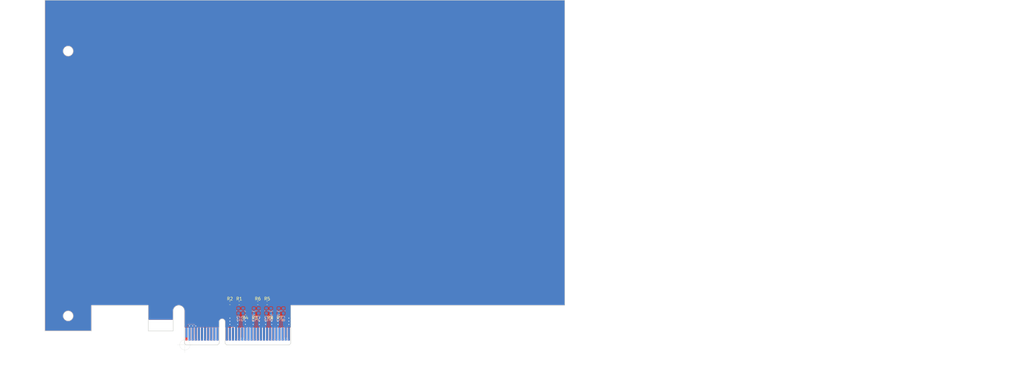
<source format=kicad_pcb>
(kicad_pcb (version 20241229) (generator "pcbnew") (generator_version "9.0")
  (title_block (title "PCIexpress_x16_full") (company "Author: Luca Anastasio"))
  (layers (0 "F.Cu" power) (4 "In1.Cu" power) (6 "In2.Cu" power) (2 "B.Cu" power) (13 "F.Paste" user) (15 "B.Paste" user) (5 "F.SilkS" user "F.Silkscreen") (7 "B.SilkS" user "B.Silkscreen") (1 "F.Mask" user) (3 "B.Mask" user) (25 "Edge.Cuts" user))
  (net 0 "")
  (net 1 "GND")
  (net 2 "Net-(J2-PadA32)")
  (net 3 "Net-(J2-PadA19)")
  (net 4 "+12V")
  (net 5 "+3V3")
  (net 6 "+3.3VA")
  (net 7 "Net-(J2-PadB12)")
  (net 8 "Net-(J2-PadB30)")
  (net 9 "/PER0_P")
  (net 10 "/PER0_N")
  (net 11 "/PER1_P")
  (net 12 "/PER1_N")
  (net 13 "/PER2_P")
  (net 14 "/PER2_N")
  (net 15 "/PER3_P")
  (net 16 "/PER3_N")
  (net 17 "/~{PRSNT2x4}")
  (net 18 "/PET3_N")
  (net 19 "/PET3_P")
  (net 20 "/PET2_N")
  (net 21 "/PET2_P")
  (net 22 "/PET1_N")
  (net 23 "/PET1_P")
  (net 24 "/SMCLK")
  (net 25 "/SMDAT")
  (net 26 "/~{TRST}")
  (net 27 "/~{WAKE}")
  (net 28 "/PET0_P")
  (net 29 "/PET0_N")
  (net 30 "/~{PRSNT2x1}")
  (net 31 "/~{PRSNT1}")
  (net 32 "/TCK")
  (net 33 "/TDI")
  (net 34 "/TDO")
  (net 35 "/TMS")
  (net 36 "/~{PERST}")
  (net 37 "/REFCLK-")
  (net 38 "/REFCLK+")
  (net 39 "/PCIexpress_connector/_PER0_P")
  (net 40 "/PCIexpress_connector/_PER0_N")
  (net 41 "/PCIexpress_connector/_PER1_P")
  (net 42 "/PCIexpress_connector/_PER1_N")
  (net 43 "/PCIexpress_connector/_PER2_P")
  (net 44 "/PCIexpress_connector/_PER2_N")
  (net 45 "/PCIexpress_connector/_PER3_P")
  (net 46 "/PCIexpress_connector/_PER3_N")
  (footprint "Resistor_SMD:R_0603_1608Metric" (layer "F.Cu") (at 127.125 180.625)
    (property "Reference" "R1" (at 0 -1.375 0) (layer "F.SilkS"))
    (property "Value" "49.9")
    (fp_line (start -0.162779 -0.51) (end 0.162779 -0.51) (stroke (width 0.12)) (layer "F.SilkS"))
    (fp_line (start -0.162779 0.51) (end 0.162779 0.51) (stroke (width 0.12)) (layer "F.SilkS"))
    (pad "1" smd roundrect (at -0.7875 0) (size 0.875 0.95) (layers "F.Cu" "F.Mask" "F.Paste") (net 29 "/PET0_N"))
    (pad "2" smd roundrect (at 0.7875 0) (size 0.875 0.95) (layers "F.Cu" "F.Mask" "F.Paste") (net 1 "GND"))
  )
  (footprint "Resistor_SMD:R_0603_1608Metric" (layer "F.Cu") (at 124.125 180.625 180)
    (property "Reference" "R2" (at 0 1.375 0) (layer "F.SilkS"))
    (property "Value" "49.9")
    (fp_line (start -0.162779 0.51) (end 0.162779 0.51) (stroke (width 0.12)) (layer "F.SilkS"))
    (fp_line (start -0.162779 -0.51) (end 0.162779 -0.51) (stroke (width 0.12)) (layer "F.SilkS"))
    (pad "1" smd roundrect (at -0.7875 0 180) (size 0.875 0.95) (layers "F.Cu" "F.Mask" "F.Paste") (net 28 "/PET0_P"))
    (pad "2" smd roundrect (at 0.7875 0 180) (size 0.875 0.95) (layers "F.Cu" "F.Mask" "F.Paste") (net 1 "GND"))
  )
  (footprint "Resistor_SMD:R_0603_1608Metric" (layer "F.Cu") (at 136.125 180.625)
    (property "Reference" "R5" (at 0 -1.375 0) (layer "F.SilkS"))
    (property "Value" "49.9")
    (fp_line (start -0.162779 -0.51) (end 0.162779 -0.51) (stroke (width 0.12)) (layer "F.SilkS"))
    (fp_line (start -0.162779 0.51) (end 0.162779 0.51) (stroke (width 0.12)) (layer "F.SilkS"))
    (pad "1" smd roundrect (at -0.7875 0) (size 0.875 0.95) (layers "F.Cu" "F.Mask" "F.Paste") (net 20 "/PET2_N"))
    (pad "2" smd roundrect (at 0.7875 0) (size 0.875 0.95) (layers "F.Cu" "F.Mask" "F.Paste") (net 1 "GND"))
  )
  (footprint "Resistor_SMD:R_0603_1608Metric" (layer "F.Cu") (at 133.125 180.625 180)
    (property "Reference" "R6" (at 0 1.375 0) (layer "F.SilkS"))
    (property "Value" "49.9")
    (fp_line (start -0.162779 0.51) (end 0.162779 0.51) (stroke (width 0.12)) (layer "F.SilkS"))
    (fp_line (start -0.162779 -0.51) (end 0.162779 -0.51) (stroke (width 0.12)) (layer "F.SilkS"))
    (pad "1" smd roundrect (at -0.7875 0 180) (size 0.875 0.95) (layers "F.Cu" "F.Mask" "F.Paste") (net 21 "/PET2_P"))
    (pad "2" smd roundrect (at 0.7875 0 180) (size 0.875 0.95) (layers "F.Cu" "F.Mask" "F.Paste") (net 1 "GND"))
  )
  (footprint "Resistor_SMD:R_0603_1608Metric" (layer "F.Cu") (at 140.125 183.875)
    (property "Reference" "R7" (at 0 1.5 0) (layer "F.SilkS"))
    (property "Value" "49.9")
    (fp_line (start -0.162779 -0.51) (end 0.162779 -0.51) (stroke (width 0.12)) (layer "F.SilkS"))
    (fp_line (start -0.162779 0.51) (end 0.162779 0.51) (stroke (width 0.12)) (layer "F.SilkS"))
    (pad "1" smd roundrect (at -0.7875 0) (size 0.875 0.95) (layers "F.Cu" "F.Mask" "F.Paste") (net 18 "/PET3_N"))
    (pad "2" smd roundrect (at 0.7875 0) (size 0.875 0.95) (layers "F.Cu" "F.Mask" "F.Paste") (net 1 "GND"))
  )
  (footprint "Resistor_SMD:R_0603_1608Metric" (layer "F.Cu") (at 137.125 183.875 180)
    (property "Reference" "R8" (at 0 -1.5 0) (layer "F.SilkS"))
    (property "Value" "49.9")
    (fp_line (start -0.162779 0.51) (end 0.162779 0.51) (stroke (width 0.12)) (layer "F.SilkS"))
    (fp_line (start -0.162779 -0.51) (end 0.162779 -0.51) (stroke (width 0.12)) (layer "F.SilkS"))
    (pad "1" smd roundrect (at -0.7875 0 180) (size 0.875 0.95) (layers "F.Cu" "F.Mask" "F.Paste") (net 19 "/PET3_P"))
    (pad "2" smd roundrect (at 0.7875 0 180) (size 0.875 0.95) (layers "F.Cu" "F.Mask" "F.Paste") (net 1 "GND"))
  )
  (footprint "Resistor_SMD:R_0603_1608Metric" (layer "F.Cu") (at 129.125 183.875 180)
    (property "Reference" "R4" (at 0 -1.5 0) (layer "F.SilkS"))
    (property "Value" "49.9")
    (fp_line (start -0.162779 0.51) (end 0.162779 0.51) (stroke (width 0.12)) (layer "F.SilkS"))
    (fp_line (start -0.162779 -0.51) (end 0.162779 -0.51) (stroke (width 0.12)) (layer "F.SilkS"))
    (pad "1" smd roundrect (at -0.7875 0 180) (size 0.875 0.95) (layers "F.Cu" "F.Mask" "F.Paste") (net 23 "/PET1_P"))
    (pad "2" smd roundrect (at 0.7875 0 180) (size 0.875 0.95) (layers "F.Cu" "F.Mask" "F.Paste") (net 1 "GND"))
  )
  (footprint "Resistor_SMD:R_0603_1608Metric" (layer "F.Cu") (at 132.125 183.875)
    (property "Reference" "R3" (at 0 1.5 0) (layer "F.SilkS"))
    (property "Value" "49.9")
    (fp_line (start -0.162779 -0.51) (end 0.162779 -0.51) (stroke (width 0.12)) (layer "F.SilkS"))
    (fp_line (start -0.162779 0.51) (end 0.162779 0.51) (stroke (width 0.12)) (layer "F.SilkS"))
    (pad "1" smd roundrect (at -0.7875 0) (size 0.875 0.95) (layers "F.Cu" "F.Mask" "F.Paste") (net 22 "/PET1_N"))
    (pad "2" smd roundrect (at 0.7875 0) (size 0.875 0.95) (layers "F.Cu" "F.Mask" "F.Paste") (net 1 "GND"))
  )
  (footprint "PCIexpress:PCIexpress_bracket_full" (layer "F.Cu") (at 109.625 194.125)
    (property "Reference" "J1" (hide yes))
    (property "Value" "PCIexpress_bracket")
  )
  (footprint "PCIexpress:PCIexpress_x4" (layer "F.Cu") (at 109.625 194.125)
    (property "Reference" "J2" (hide yes))
    (property "Value" "PCIexpress_x4")
    (pad "A1" connect rect (at 0.5 -4) (size 0.7 3.2) (layers "B.Cu") (net 31 "/~{PRSNT1}"))
    (pad "A2" connect rect (at 1.5 -3.5) (size 0.7 4.2) (layers "B.Cu") (net 4 "+12V"))
    (pad "A3" connect rect (at 2.5 -3.5) (size 0.7 4.2) (layers "B.Cu") (net 4 "+12V"))
    (pad "A4" connect rect (at 3.5 -3.5) (size 0.7 4.2) (layers "B.Cu") (net 1 "GND"))
    (pad "A5" connect rect (at 4.5 -3.5) (size 0.7 4.2) (layers "B.Cu") (net 32 "/TCK"))
    (pad "A6" connect rect (at 5.5 -3.5) (size 0.7 4.2) (layers "B.Cu") (net 33 "/TDI"))
    (pad "A7" connect rect (at 6.5 -3.5) (size 0.7 4.2) (layers "B.Cu") (net 34 "/TDO"))
    (pad "A8" connect rect (at 7.5 -3.5) (size 0.7 4.2) (layers "B.Cu") (net 35 "/TMS"))
    (pad "A9" connect rect (at 8.5 -3.5) (size 0.7 4.2) (layers "B.Cu") (net 5 "+3V3"))
    (pad "A10" connect rect (at 9.5 -3.5) (size 0.7 4.2) (layers "B.Cu") (net 5 "+3V3"))
    (pad "A11" connect rect (at 10.5 -3.5) (size 0.7 4.2) (layers "B.Cu") (net 36 "/~{PERST}"))
    (pad "A12" connect rect (at 13.5 -3.5) (size 0.7 4.2) (layers "B.Cu") (net 1 "GND"))
    (pad "A13" connect rect (at 14.5 -3.5) (size 0.7 4.2) (layers "B.Cu") (net 38 "/REFCLK+"))
    (pad "A14" connect rect (at 15.5 -3.5) (size 0.7 4.2) (layers "B.Cu") (net 37 "/REFCLK-"))
    (pad "A15" connect rect (at 16.5 -3.5) (size 0.7 4.2) (layers "B.Cu") (net 1 "GND"))
    (pad "A16" connect rect (at 17.5 -3.5) (size 0.7 4.2) (layers "B.Cu") (net 39 "/PCIexpress_connector/_PER0_P"))
    (pad "A17" connect rect (at 18.5 -3.5) (size 0.7 4.2) (layers "B.Cu") (net 40 "/PCIexpress_connector/_PER0_N"))
    (pad "A18" connect rect (at 19.5 -3.5) (size 0.7 4.2) (layers "B.Cu") (net 1 "GND"))
    (pad "A19" connect rect (at 20.5 -3.5) (size 0.7 4.2) (layers "B.Cu") (net 3 "Net-(J2-PadA19)"))
    (pad "A20" connect rect (at 21.5 -3.5) (size 0.7 4.2) (layers "B.Cu") (net 1 "GND"))
    (pad "A21" connect rect (at 22.5 -3.5) (size 0.7 4.2) (layers "B.Cu") (net 41 "/PCIexpress_connector/_PER1_P"))
    (pad "A22" connect rect (at 23.5 -3.5) (size 0.7 4.2) (layers "B.Cu") (net 42 "/PCIexpress_connector/_PER1_N"))
    (pad "A23" connect rect (at 24.5 -3.5) (size 0.7 4.2) (layers "B.Cu") (net 1 "GND"))
    (pad "A24" connect rect (at 25.5 -3.5) (size 0.7 4.2) (layers "B.Cu") (net 1 "GND"))
    (pad "A25" connect rect (at 26.5 -3.5) (size 0.7 4.2) (layers "B.Cu") (net 43 "/PCIexpress_connector/_PER2_P"))
    (pad "A26" connect rect (at 27.5 -3.5) (size 0.7 4.2) (layers "B.Cu") (net 44 "/PCIexpress_connector/_PER2_N"))
    (pad "A27" connect rect (at 28.5 -3.5) (size 0.7 4.2) (layers "B.Cu") (net 1 "GND"))
    (pad "A28" connect rect (at 29.5 -3.5) (size 0.7 4.2) (layers "B.Cu") (net 1 "GND"))
    (pad "A29" connect rect (at 30.5 -3.5) (size 0.7 4.2) (layers "B.Cu") (net 45 "/PCIexpress_connector/_PER3_P"))
    (pad "A30" connect rect (at 31.5 -3.5) (size 0.7 4.2) (layers "B.Cu") (net 46 "/PCIexpress_connector/_PER3_N"))
    (pad "A31" connect rect (at 32.5 -3.5) (size 0.7 4.2) (layers "B.Cu") (net 1 "GND"))
    (pad "A32" connect rect (at 33.5 -3.5) (size 0.7 4.2) (layers "B.Cu") (net 2 "Net-(J2-PadA32)"))
    (pad "B1" connect rect (at 0.5 -3.5) (size 0.7 4.2) (layers "F.Cu") (net 4 "+12V"))
    (pad "B2" connect rect (at 1.5 -3.5) (size 0.7 4.2) (layers "F.Cu") (net 4 "+12V"))
    (pad "B3" connect rect (at 2.5 -3.5) (size 0.7 4.2) (layers "F.Cu") (net 4 "+12V"))
    (pad "B4" connect rect (at 3.5 -3.5) (size 0.7 4.2) (layers "F.Cu") (net 1 "GND"))
    (pad "B5" connect rect (at 4.5 -3.5) (size 0.7 4.2) (layers "F.Cu") (net 24 "/SMCLK"))
    (pad "B6" connect rect (at 5.5 -3.5) (size 0.7 4.2) (layers "F.Cu") (net 25 "/SMDAT"))
    (pad "B7" connect rect (at 6.5 -3.5) (size 0.7 4.2) (layers "F.Cu") (net 1 "GND"))
    (pad "B8" connect rect (at 7.5 -3.5) (size 0.7 4.2) (layers "F.Cu") (net 5 "+3V3"))
    (pad "B9" connect rect (at 8.5 -3.5) (size 0.7 4.2) (layers "F.Cu") (net 26 "/~{TRST}"))
    (pad "B10" connect rect (at 9.5 -3.5) (size 0.7 4.2) (layers "F.Cu") (net 6 "+3.3VA"))
    (pad "B11" connect rect (at 10.5 -3.5) (size 0.7 4.2) (layers "F.Cu") (net 27 "/~{WAKE}"))
    (pad "B12" connect rect (at 13.5 -3.5) (size 0.7 4.2) (layers "F.Cu") (net 7 "Net-(J2-PadB12)"))
    (pad "B13" connect rect (at 14.5 -3.5) (size 0.7 4.2) (layers "F.Cu") (net 1 "GND"))
    (pad "B14" connect rect (at 15.5 -3.5) (size 0.7 4.2) (layers "F.Cu") (net 28 "/PET0_P"))
    (pad "B15" connect rect (at 16.5 -3.5) (size 0.7 4.2) (layers "F.Cu") (net 29 "/PET0_N"))
    (pad "B16" connect rect (at 17.5 -3.5) (size 0.7 4.2) (layers "F.Cu") (net 1 "GND"))
    (pad "B17" connect rect (at 18.5 -4) (size 0.7 3.2) (layers "F.Cu") (net 30 "/~{PRSNT2x1}"))
    (pad "B18" connect rect (at 19.5 -3.5) (size 0.7 4.2) (layers "F.Cu") (net 1 "GND"))
    (pad "B19" connect rect (at 20.5 -3.5) (size 0.7 4.2) (layers "F.Cu") (net 23 "/PET1_P"))
    (pad "B20" connect rect (at 21.5 -3.5) (size 0.7 4.2) (layers "F.Cu") (net 22 "/PET1_N"))
    (pad "B21" connect rect (at 22.5 -3.5) (size 0.7 4.2) (layers "F.Cu") (net 1 "GND"))
    (pad "B22" connect rect (at 23.5 -3.5) (size 0.7 4.2) (layers "F.Cu") (net 1 "GND"))
    (pad "B23" connect rect (at 24.5 -3.5) (size 0.7 4.2) (layers "F.Cu") (net 21 "/PET2_P"))
    (pad "B24" connect rect (at 25.5 -3.5) (size 0.7 4.2) (layers "F.Cu") (net 20 "/PET2_N"))
    (pad "B25" connect rect (at 26.5 -3.5) (size 0.7 4.2) (layers "F.Cu") (net 1 "GND"))
    (pad "B26" connect rect (at 27.5 -3.5) (size 0.7 4.2) (layers "F.Cu") (net 1 "GND"))
    (pad "B27" connect rect (at 28.5 -3.5) (size 0.7 4.2) (layers "F.Cu") (net 19 "/PET3_P"))
    (pad "B28" connect rect (at 29.5 -3.5) (size 0.7 4.2) (layers "F.Cu") (net 18 "/PET3_N"))
    (pad "B29" connect rect (at 30.5 -3.5) (size 0.7 4.2) (layers "F.Cu") (net 1 "GND"))
    (pad "B30" connect rect (at 31.5 -3.5) (size 0.7 4.2) (layers "F.Cu") (net 8 "Net-(J2-PadB30)"))
    (pad "B31" connect rect (at 32.5 -4) (size 0.7 3.2) (layers "F.Cu") (net 17 "/~{PRSNT2x4}"))
    (pad "B32" connect rect (at 33.5 -3.5) (size 0.7 4.2) (layers "F.Cu") (net 1 "GND"))
  )
  (footprint "Capacitor_SMD:C_0603_1608Metric" (layer "B.Cu") (at 126.875 183.125 -90)
    (property "Reference" "C1" (at 2.5 0 90) (layer "B.SilkS") (effects (justify mirror)))
    (property "Value" "100n")
    (fp_line (start -0.162779 0.51) (end 0.162779 0.51) (stroke (width 0.12)) (layer "B.SilkS"))
    (fp_line (start -0.162779 -0.51) (end 0.162779 -0.51) (stroke (width 0.12)) (layer "B.SilkS"))
    (pad "1" smd roundrect (at -0.7875 0 270) (size 0.875 0.95) (layers "B.Cu" "B.Mask" "B.Paste") (net 9 "/PER0_P"))
    (pad "2" smd roundrect (at 0.7875 0 270) (size 0.875 0.95) (layers "B.Cu" "B.Mask" "B.Paste") (net 39 "/PCIexpress_connector/_PER0_P"))
  )
  (footprint "Capacitor_SMD:C_0603_1608Metric" (layer "B.Cu") (at 128.375 183.125 90)
    (property "Reference" "C2" (at -2.5 0 90) (layer "B.SilkS") (effects (justify mirror)))
    (property "Value" "100n")
    (fp_line (start -0.162779 -0.51) (end 0.162779 -0.51) (stroke (width 0.12)) (layer "B.SilkS"))
    (fp_line (start -0.162779 0.51) (end 0.162779 0.51) (stroke (width 0.12)) (layer "B.SilkS"))
    (pad "1" smd roundrect (at -0.7875 0 90) (size 0.875 0.95) (layers "B.Cu" "B.Mask" "B.Paste") (net 40 "/PCIexpress_connector/_PER0_N"))
    (pad "2" smd roundrect (at 0.7875 0 90) (size 0.875 0.95) (layers "B.Cu" "B.Mask" "B.Paste") (net 10 "/PER0_N"))
  )
  (footprint "Capacitor_SMD:C_0603_1608Metric" (layer "B.Cu") (at 131.875 183.125 -90)
    (property "Reference" "C3" (at 2.5 0 90) (layer "B.SilkS") (effects (justify mirror)))
    (property "Value" "100n")
    (fp_line (start -0.162779 0.51) (end 0.162779 0.51) (stroke (width 0.12)) (layer "B.SilkS"))
    (fp_line (start -0.162779 -0.51) (end 0.162779 -0.51) (stroke (width 0.12)) (layer "B.SilkS"))
    (pad "1" smd roundrect (at -0.7875 0 270) (size 0.875 0.95) (layers "B.Cu" "B.Mask" "B.Paste") (net 11 "/PER1_P"))
    (pad "2" smd roundrect (at 0.7875 0 270) (size 0.875 0.95) (layers "B.Cu" "B.Mask" "B.Paste") (net 41 "/PCIexpress_connector/_PER1_P"))
  )
  (footprint "Capacitor_SMD:C_0603_1608Metric" (layer "B.Cu") (at 133.375 183.125 90)
    (property "Reference" "C4" (at -2.5 0 90) (layer "B.SilkS") (effects (justify mirror)))
    (property "Value" "100n")
    (fp_line (start -0.162779 -0.51) (end 0.162779 -0.51) (stroke (width 0.12)) (layer "B.SilkS"))
    (fp_line (start -0.162779 0.51) (end 0.162779 0.51) (stroke (width 0.12)) (layer "B.SilkS"))
    (pad "1" smd roundrect (at -0.7875 0 90) (size 0.875 0.95) (layers "B.Cu" "B.Mask" "B.Paste") (net 42 "/PCIexpress_connector/_PER1_N"))
    (pad "2" smd roundrect (at 0.7875 0 90) (size 0.875 0.95) (layers "B.Cu" "B.Mask" "B.Paste") (net 12 "/PER1_N"))
  )
  (footprint "Capacitor_SMD:C_0603_1608Metric" (layer "B.Cu") (at 135.875 183.125 -90)
    (property "Reference" "C5" (at 2.5 0 90) (layer "B.SilkS") (effects (justify mirror)))
    (property "Value" "100n")
    (fp_line (start -0.162779 0.51) (end 0.162779 0.51) (stroke (width 0.12)) (layer "B.SilkS"))
    (fp_line (start -0.162779 -0.51) (end 0.162779 -0.51) (stroke (width 0.12)) (layer "B.SilkS"))
    (pad "1" smd roundrect (at -0.7875 0 270) (size 0.875 0.95) (layers "B.Cu" "B.Mask" "B.Paste") (net 13 "/PER2_P"))
    (pad "2" smd roundrect (at 0.7875 0 270) (size 0.875 0.95) (layers "B.Cu" "B.Mask" "B.Paste") (net 43 "/PCIexpress_connector/_PER2_P"))
  )
  (footprint "Capacitor_SMD:C_0603_1608Metric" (layer "B.Cu") (at 137.375 183.125 90)
    (property "Reference" "C6" (at -2.5 0 90) (layer "B.SilkS") (effects (justify mirror)))
    (property "Value" "100n")
    (fp_line (start -0.162779 -0.51) (end 0.162779 -0.51) (stroke (width 0.12)) (layer "B.SilkS"))
    (fp_line (start -0.162779 0.51) (end 0.162779 0.51) (stroke (width 0.12)) (layer "B.SilkS"))
    (pad "1" smd roundrect (at -0.7875 0 90) (size 0.875 0.95) (layers "B.Cu" "B.Mask" "B.Paste") (net 44 "/PCIexpress_connector/_PER2_N"))
    (pad "2" smd roundrect (at 0.7875 0 90) (size 0.875 0.95) (layers "B.Cu" "B.Mask" "B.Paste") (net 14 "/PER2_N"))
  )
  (footprint "Capacitor_SMD:C_0603_1608Metric" (layer "B.Cu") (at 139.875 183.125 -90)
    (property "Reference" "C7" (at 2.5 0 90) (layer "B.SilkS") (effects (justify mirror)))
    (property "Value" "100n")
    (fp_line (start -0.162779 0.51) (end 0.162779 0.51) (stroke (width 0.12)) (layer "B.SilkS"))
    (fp_line (start -0.162779 -0.51) (end 0.162779 -0.51) (stroke (width 0.12)) (layer "B.SilkS"))
    (pad "1" smd roundrect (at -0.7875 0 270) (size 0.875 0.95) (layers "B.Cu" "B.Mask" "B.Paste") (net 15 "/PER3_P"))
    (pad "2" smd roundrect (at 0.7875 0 270) (size 0.875 0.95) (layers "B.Cu" "B.Mask" "B.Paste") (net 45 "/PCIexpress_connector/_PER3_P"))
  )
  (footprint "Capacitor_SMD:C_0603_1608Metric" (layer "B.Cu") (at 141.375 183.125 90)
    (property "Reference" "C8" (at -2.5 0 90) (layer "B.SilkS") (effects (justify mirror)))
    (property "Value" "100n")
    (fp_line (start -0.162779 -0.51) (end 0.162779 -0.51) (stroke (width 0.12)) (layer "B.SilkS"))
    (fp_line (start -0.162779 0.51) (end 0.162779 0.51) (stroke (width 0.12)) (layer "B.SilkS"))
    (pad "1" smd roundrect (at -0.7875 0 90) (size 0.875 0.95) (layers "B.Cu" "B.Mask" "B.Paste") (net 46 "/PCIexpress_connector/_PER3_N"))
    (pad "2" smd roundrect (at 0.7875 0 90) (size 0.875 0.95) (layers "B.Cu" "B.Mask" "B.Paste") (net 16 "/PER3_N"))
  )
  (gr_circle (center 71.975 184.775) (end 73.575 184.775) (stroke (width 0.15)) (fill no) (layer "Edge.Cuts"))
  (gr_arc (start 105.825 183.2) (mid 107.65 181.375) (end 109.475 183.2) (stroke (width 0.15)) (layer "Edge.Cuts"))
  (gr_line (start 120.675 193.625) (end 120.675 186.675) (stroke (width 0.15)) (layer "Edge.Cuts"))
  (gr_line (start 109.475 183.2) (end 109.475 193.625) (stroke (width 0.15)) (layer "Edge.Cuts"))
  (gr_line (start 64.475 82.975) (end 232.125 82.975) (stroke (width 0.15)) (layer "Edge.Cuts"))
  (gr_line (start 64.475 189.625) (end 79.475 189.625) (stroke (width 0.15)) (layer "Edge.Cuts"))
  (gr_line (start 232.125 82.975) (end 232.1277 181.375) (stroke (width 0.15)) (layer "Edge.Cuts"))
  (gr_line (start 79.475 181.375) (end 97.825 181.375) (stroke (width 0.15)) (layer "Edge.Cuts"))
  (gr_line (start 109.975 194.125) (end 120.175 194.125) (stroke (width 0.15)) (layer "Edge.Cuts"))
  (gr_line (start 143.775 181.375) (end 143.775 193.625) (stroke (width 0.15)) (layer "Edge.Cuts"))
  (gr_line (start 143.775 193.625) (end 143.275 194.125) (stroke (width 0.15)) (layer "Edge.Cuts"))
  (gr_arc (start 120.675 186.675) (mid 121.625 185.725) (end 122.575 186.675) (stroke (width 0.15)) (layer "Edge.Cuts"))
  (gr_line (start 97.825 181.375) (end 97.825 189.625) (stroke (width 0.15)) (layer "Edge.Cuts"))
  (gr_line (start 143.275 194.125) (end 123.075 194.125) (stroke (width 0.15)) (layer "Edge.Cuts"))
  (gr_line (start 64.475 82.975) (end 64.475 189.625) (stroke (width 0.15)) (layer "Edge.Cuts"))
  (gr_line (start 105.825 189.625) (end 105.825 183.2) (stroke (width 0.15)) (layer "Edge.Cuts"))
  (gr_line (start 122.575 193.625) (end 123.075 194.125) (stroke (width 0.15)) (layer "Edge.Cuts"))
  (gr_line (start 79.475 189.625) (end 79.475 181.375) (stroke (width 0.15)) (layer "Edge.Cuts"))
  (gr_line (start 120.175 194.125) (end 120.675 193.625) (stroke (width 0.15)) (layer "Edge.Cuts"))
  (gr_circle (center 71.975 99.375) (end 73.575 99.375) (stroke (width 0.15)) (fill no) (layer "Edge.Cuts"))
  (gr_line (start 122.575 186.675) (end 122.575 193.625) (stroke (width 0.15)) (layer "Edge.Cuts"))
  (gr_line (start 232.1277 181.375) (end 143.775 181.375) (stroke (width 0.15)) (layer "Edge.Cuts"))
  (gr_line (start 97.825 189.625) (end 105.825 189.625) (stroke (width 0.15)) (layer "Edge.Cuts"))
  (gr_line (start 109.475 193.625) (end 109.975 194.125) (stroke (width 0.15)) (layer "Edge.Cuts"))
  (target plus (at 109.625 194.125) (size 5) (width 0.05) (layer "Edge.Cuts"))
  (segment (start 113.125 188.125) (end 113.125 188.125) (width 0.7) (layer "F.Cu") (net 1))
  (segment (start 113.125 190.625) (end 113.125 188) (width 0.7) (layer "F.Cu") (net 1))
  (via (at 124.125 185.5) (size 0.55) (drill 0.3) (layers "F.Cu" "B.Cu") (net 1))
  (via (at 143.125 185.5) (size 0.55) (drill 0.3) (layers "F.Cu" "B.Cu") (net 1))
  (via (at 135.625 185.5) (size 0.55) (drill 0.3) (layers "F.Cu" "B.Cu") (net 1))
  (via (at 139.625 185.5) (size 0.55) (drill 0.3) (layers "F.Cu" "B.Cu") (net 1))
  (via (at 133.625 185.5) (size 0.55) (drill 0.3) (layers "F.Cu" "B.Cu") (net 1))
  (via (at 129.125 185.5) (size 0.55) (drill 0.3) (layers "F.Cu" "B.Cu") (net 1))
  (via (at 126.625 185.5) (size 0.55) (drill 0.3) (layers "F.Cu" "B.Cu") (net 1))
  (via (at 131.625 185.5) (size 0.55) (drill 0.3) (layers "F.Cu" "B.Cu") (net 1))
  (via (at 137.625 185.5) (size 0.55) (drill 0.3) (layers "F.Cu" "B.Cu") (net 1))
  (via (at 135.625 186.5) (size 0.55) (drill 0.3) (layers "F.Cu" "B.Cu") (net 1))
  (via (at 126.625 187.5) (size 0.55) (drill 0.3) (layers "F.Cu" "B.Cu") (net 1))
  (via (at 124.125 187.5) (size 0.55) (drill 0.3) (layers "F.Cu" "B.Cu") (net 1))
  (via (at 143.125 187.5) (size 0.55) (drill 0.3) (layers "F.Cu" "B.Cu") (net 1))
  (via (at 139.625 187.5) (size 0.55) (drill 0.3) (layers "F.Cu" "B.Cu") (net 1))
  (via (at 137.625 186.5) (size 0.55) (drill 0.3) (layers "F.Cu" "B.Cu") (net 1))
  (via (at 137.625 187.5) (size 0.55) (drill 0.3) (layers "F.Cu" "B.Cu") (net 1))
  (via (at 131.625 187.5) (size 0.55) (drill 0.3) (layers "F.Cu" "B.Cu") (net 1))
  (via (at 139.625 186.5) (size 0.55) (drill 0.3) (layers "F.Cu" "B.Cu") (net 1))
  (via (at 124.125 186.5) (size 0.55) (drill 0.3) (layers "F.Cu" "B.Cu") (net 1))
  (via (at 126.625 186.5) (size 0.55) (drill 0.3) (layers "F.Cu" "B.Cu") (net 1))
  (via (at 135.625 187.5) (size 0.55) (drill 0.3) (layers "F.Cu" "B.Cu") (net 1))
  (via (at 113.125 188) (size 0.55) (drill 0.3) (layers "F.Cu" "B.Cu") (net 1))
  (via (at 133.625 186.5) (size 0.55) (drill 0.3) (layers "F.Cu" "B.Cu") (net 1))
  (via (at 131.625 186.5) (size 0.55) (drill 0.3) (layers "F.Cu" "B.Cu") (net 1))
  (via (at 133.625 187.5) (size 0.55) (drill 0.3) (layers "F.Cu" "B.Cu") (net 1))
  (via (at 129.125 186.5) (size 0.55) (drill 0.3) (layers "F.Cu" "B.Cu") (net 1))
  (via (at 129.125 187.5) (size 0.55) (drill 0.3) (layers "F.Cu" "B.Cu") (net 1))
  (via (at 143.125 186.5) (size 0.55) (drill 0.3) (layers "F.Cu" "B.Cu") (net 1))
  (segment (start 111.125 190.625) (end 111.125 188) (width 0.0889) (layer "F.Cu") (net 4))
  (via (at 111.125 188) (size 0.55) (drill 0.3) (layers "F.Cu" "B.Cu") (net 4))
  (via (at 112.125 188) (size 0.55) (drill 0.3) (layers "F.Cu" "B.Cu") (net 4))
  (segment (start 139.3375 184.5375) (end 139.3375 183.875) (width 0.2) (layer "F.Cu") (net 18))
  (segment (start 139.125 188.375) (end 138.825 188.075) (width 0.2) (layer "F.Cu") (net 18))
  (segment (start 138.825 188.075) (end 138.825 185.05) (width 0.2) (layer "F.Cu") (net 18))
  (segment (start 139.125 190.625) (end 139.125 188.375) (width 0.2) (layer "F.Cu") (net 18))
  (segment (start 138.825 185.05) (end 139.3375 184.5375) (width 0.2) (layer "F.Cu") (net 18))
  (segment (start 138.425 185.05) (end 137.9125 184.5375) (width 0.2) (layer "F.Cu") (net 19))
  (segment (start 138.125 188.375) (end 138.425 188.075) (width 0.2) (layer "F.Cu") (net 19))
  (segment (start 138.125 190.625) (end 138.125 188.375) (width 0.2) (layer "F.Cu") (net 19))
  (segment (start 137.9125 184.5375) (end 137.9125 183.875) (width 0.2) (layer "F.Cu") (net 19))
  (segment (start 138.425 188.075) (end 138.425 185.05) (width 0.2) (layer "F.Cu") (net 19))
  (segment (start 135.3375 181.2875) (end 134.825 181.8) (width 0.2) (layer "F.Cu") (net 20))
  (segment (start 135.3375 180.625) (end 135.3375 181.2875) (width 0.2) (layer "F.Cu") (net 20))
  (segment (start 134.825 188.075) (end 135.125 188.375) (width 0.2) (layer "F.Cu") (net 20))
  (segment (start 134.825 181.8) (end 134.825 188.075) (width 0.2) (layer "F.Cu") (net 20))
  (segment (start 135.125 188.375) (end 135.125 190.625) (width 0.2) (layer "F.Cu") (net 20))
  (segment (start 134.425 181.78125) (end 134.425 188.075) (width 0.2) (layer "F.Cu") (net 21))
  (segment (start 133.9125 181.26875) (end 134.425 181.78125) (width 0.2) (layer "F.Cu") (net 21))
  (segment (start 134.125 188.375) (end 134.125 190.625) (width 0.2) (layer "F.Cu") (net 21))
  (segment (start 134.425 188.075) (end 134.125 188.375) (width 0.2) (layer "F.Cu") (net 21))
  (segment (start 133.9125 180.625) (end 133.9125 181.26875) (width 0.2) (layer "F.Cu") (net 21))
  (segment (start 130.825 185.05) (end 131.3375 184.5375) (width 0.2) (layer "F.Cu") (net 22))
  (segment (start 131.3375 184.5375) (end 131.3375 183.875) (width 0.2) (layer "F.Cu") (net 22))
  (segment (start 131.125 190.625) (end 131.125 188.375) (width 0.2) (layer "F.Cu") (net 22))
  (segment (start 131.125 188.375) (end 130.825 188.075) (width 0.2) (layer "F.Cu") (net 22))
  (segment (start 130.825 188.075) (end 130.825 185.05) (width 0.2) (layer "F.Cu") (net 22))
  (segment (start 130.425 188.075) (end 130.425 185.05) (width 0.2) (layer "F.Cu") (net 23))
  (segment (start 130.425 185.05) (end 129.9125 184.5375) (width 0.2) (layer "F.Cu") (net 23))
  (segment (start 129.9125 184.5375) (end 129.9125 183.875) (width 0.2) (layer "F.Cu") (net 23))
  (segment (start 130.125 190.625) (end 130.125 188.375) (width 0.2) (layer "F.Cu") (net 23))
  (segment (start 130.125 188.375) (end 130.425 188.075) (width 0.2) (layer "F.Cu") (net 23))
  (segment (start 124.9125 181.26875) (end 124.9125 180.625) (width 0.2) (layer "F.Cu") (net 28))
  (segment (start 125.425 188.075) (end 125.425 181.78125) (width 0.2) (layer "F.Cu") (net 28))
  (segment (start 125.125 188.375) (end 125.425 188.075) (width 0.2) (layer "F.Cu") (net 28))
  (segment (start 125.125 190.625) (end 125.125 188.375) (width 0.2) (layer "F.Cu") (net 28))
  (segment (start 125.425 181.78125) (end 124.9125 181.26875) (width 0.2) (layer "F.Cu") (net 28))
  (segment (start 126.125 190.625) (end 126.125 188.375) (width 0.2) (layer "F.Cu") (net 29))
  (segment (start 125.825 188.075) (end 125.825 181.8) (width 0.2) (layer "F.Cu") (net 29))
  (segment (start 126.125 188.375) (end 125.825 188.075) (width 0.2) (layer "F.Cu") (net 29))
  (segment (start 125.825 181.8) (end 126.3375 181.2875) (width 0.2) (layer "F.Cu") (net 29))
  (segment (start 126.3375 181.2875) (end 126.3375 180.625) (width 0.2) (layer "F.Cu") (net 29))
  (segment (start 126.875 184.5) (end 127.425 185.05) (width 0.2) (layer "B.Cu") (net 39))
  (segment (start 127.125 188.375) (end 127.125 190.625) (width 0.2) (layer "B.Cu") (net 39))
  (segment (start 127.425 188.075) (end 127.125 188.375) (width 0.2) (layer "B.Cu") (net 39))
  (segment (start 127.425 185.05) (end 127.425 188.075) (width 0.2) (layer "B.Cu") (net 39))
  (segment (start 126.875 183.9125) (end 126.875 184.5) (width 0.2) (layer "B.Cu") (net 39))
  (segment (start 127.825 188.075) (end 128.125 188.375) (width 0.2) (layer "B.Cu") (net 40))
  (segment (start 127.825 185.05) (end 127.825 188.075) (width 0.2) (layer "B.Cu") (net 40))
  (segment (start 128.375 184.5) (end 127.825 185.05) (width 0.2) (layer "B.Cu") (net 40))
  (segment (start 128.375 183.9125) (end 128.375 184.5) (width 0.2) (layer "B.Cu") (net 40))
  (segment (start 128.125 188.375) (end 128.125 190.625) (width 0.2) (layer "B.Cu") (net 40))
  (segment (start 132.425 188.075) (end 132.125 188.375) (width 0.2) (layer "B.Cu") (net 41))
  (segment (start 132.425 185.05) (end 132.425 188.075) (width 0.2) (layer "B.Cu") (net 41))
  (segment (start 131.875 184.5) (end 132.425 185.05) (width 0.2) (layer "B.Cu") (net 41))
  (segment (start 132.125 188.375) (end 132.125 190.625) (width 0.2) (layer "B.Cu") (net 41))
  (segment (start 131.875 183.9125) (end 131.875 184.5) (width 0.2) (layer "B.Cu") (net 41))
  (segment (start 133.125 188.375) (end 133.125 190.625) (width 0.2) (layer "B.Cu") (net 42))
  (segment (start 132.825 185.05) (end 132.825 188.075) (width 0.2) (layer "B.Cu") (net 42))
  (segment (start 133.375 184.5) (end 132.825 185.05) (width 0.2) (layer "B.Cu") (net 42))
  (segment (start 133.375 183.9125) (end 133.375 184.5) (width 0.2) (layer "B.Cu") (net 42))
  (segment (start 132.825 188.075) (end 133.125 188.375) (width 0.2) (layer "B.Cu") (net 42))
  (segment (start 136.425 188.075) (end 136.125 188.375) (width 0.2) (layer "B.Cu") (net 43))
  (segment (start 136.425 185.05) (end 136.425 188.075) (width 0.2) (layer "B.Cu") (net 43))
  (segment (start 135.875 184.5) (end 136.425 185.05) (width 0.2) (layer "B.Cu") (net 43))
  (segment (start 136.125 188.375) (end 136.125 190.625) (width 0.2) (layer "B.Cu") (net 43))
  (segment (start 135.875 183.9125) (end 135.875 184.5) (width 0.2) (layer "B.Cu") (net 43))
  (segment (start 137.125 188.375) (end 137.125 190.625) (width 0.2) (layer "B.Cu") (net 44))
  (segment (start 136.825 185.05) (end 136.825 188.075) (width 0.2) (layer "B.Cu") (net 44))
  (segment (start 137.375 184.5) (end 136.825 185.05) (width 0.2) (layer "B.Cu") (net 44))
  (segment (start 137.375 183.9125) (end 137.375 184.5) (width 0.2) (layer "B.Cu") (net 44))
  (segment (start 136.825 188.075) (end 137.125 188.375) (width 0.2) (layer "B.Cu") (net 44))
  (segment (start 140.425 185.05) (end 140.425 188.075) (width 0.2) (layer "B.Cu") (net 45))
  (segment (start 139.875 184.5) (end 140.425 185.05) (width 0.2) (layer "B.Cu") (net 45))
  (segment (start 139.875 183.9125) (end 139.875 184.5) (width 0.2) (layer "B.Cu") (net 45))
  (segment (start 140.125 188.375) (end 140.125 190.625) (width 0.2) (layer "B.Cu") (net 45))
  (segment (start 140.425 188.075) (end 140.125 188.375) (width 0.2) (layer "B.Cu") (net 45))
  (segment (start 141.375 183.9125) (end 141.375 184.5) (width 0.2) (layer "B.Cu") (net 46))
  (segment (start 141.125 188.375) (end 141.125 190.625) (width 0.2) (layer "B.Cu") (net 46))
  (segment (start 141.375 184.5) (end 140.825 185.05) (width 0.2) (layer "B.Cu") (net 46))
  (segment (start 140.825 188.075) (end 141.125 188.375) (width 0.2) (layer "B.Cu") (net 46))
  (segment (start 140.825 185.05) (end 140.825 188.075) (width 0.2) (layer "B.Cu") (net 46))
  (zone (net 4) (net_name "+12V") (layer "F.Cu") (priority 2) (connect_pads thru_hole_only (clearance 0)) (min_thickness 0.25) (fill yes (thermal_gap 0.508) (thermal_bridge_width 0.508))
    (polygon (pts (xy 112.625 188.526) (xy 109.375 188.526) (xy 109.375 187.5) (xy 112.625 187.5)))
  )
  (zone (net 1) (net_name "GND") (layer "F.Cu") (connect_pads thru_hole_only (clearance 0)) (min_thickness 0.25) (fill yes (thermal_gap 0.508) (thermal_bridge_width 0.508))
    (polygon (pts (xy 64.5 83) (xy 232.125 83) (xy 232.125 181.375) (xy 143.875 181.375) (xy 143.875 188.525) (xy 109.375 188.525) (xy 109.375 183.25) (xy 105.875 183.25) (xy 105.875 186) (xy 97.75 186) (xy 97.75 181.375) (xy 79.5 181.375) (xy 79.5 189.625) (xy 64.5 189.625)))
  )
  (zone (net 0) (net_name "") (layers "F.Cu" "B.Cu" "In1.Cu" "In2.Cu") (connect_pads (clearance 0)) (min_thickness 0.254)
    (keepout (tracks not_allowed) (vias not_allowed) (pads allowed) (copperpour not_allowed) (footprints allowed))
    (fill (thermal_gap 0.508) (thermal_bridge_width 0.508))
    (polygon (pts (xy 97.825 186.125) (xy 105.825 186.125) (xy 105.825 189.625) (xy 97.825 189.625)))
  )
  (zone (net 4) (net_name "+12V") (layer "B.Cu") (priority 2) (connect_pads thru_hole_only (clearance 0)) (min_thickness 0.25) (fill yes (thermal_gap 0.508) (thermal_bridge_width 0.508))
    (polygon (pts (xy 112.625 188.526) (xy 110.625 188.526) (xy 110.625 187.5) (xy 112.625 187.5)))
  )
  (zone (net 1) (net_name "GND") (layer "B.Cu") (connect_pads thru_hole_only (clearance 0)) (min_thickness 0.25) (fill yes (thermal_gap 0.508) (thermal_bridge_width 0.508))
    (polygon (pts (xy 64.5 83) (xy 232.125 83) (xy 232.125 181.375) (xy 143.875 181.375) (xy 143.875 188.525) (xy 109.375 188.525) (xy 109.375 183.25) (xy 105.875 183.25) (xy 105.875 186) (xy 97.75 186) (xy 97.75 181.375) (xy 79.5 181.375) (xy 79.5 189.625) (xy 64.5 189.625)))
  )
)
</source>
